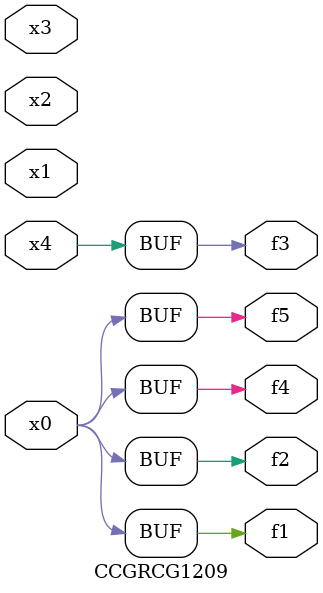
<source format=v>
module CCGRCG1209(
	input x0, x1, x2, x3, x4,
	output f1, f2, f3, f4, f5
);
	assign f1 = x0;
	assign f2 = x0;
	assign f3 = x4;
	assign f4 = x0;
	assign f5 = x0;
endmodule

</source>
